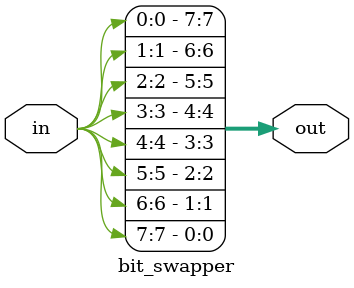
<source format=v>
/*
 * Basic description of a bit-swapper between in and out.
 * first is verbose, second is better using vectors,
 * third uses procedural for loop, and fourth uses generate for loop
 */
module bit_swapper( 
    input [7:0] in,
    output [7:0] out
);

    // assign {out[7], out[6], out[5],
    // out[4], out[3], out[2], out[1],
    // out[0]} = {in[0], in[1], in[2],
    // in[3], in[4], in[5], in[6], in[7]};

    // better
    // assign {out[0], out[1], out[2], out[3], out[4], out[5], out[6], out[7]} = in;

    // with looping
    // always @(*) begin
        // for (integer i = 0; i < 8; i++)
            // out[i] = in[8-i-1];
    // end

    // with generate block
    generate
        genvar i;
        for (i = 0; i < 8; i++)
        begin: for_block
            assign out[i] = in[8-i-1];
        end
    endgenerate
endmodule

</source>
